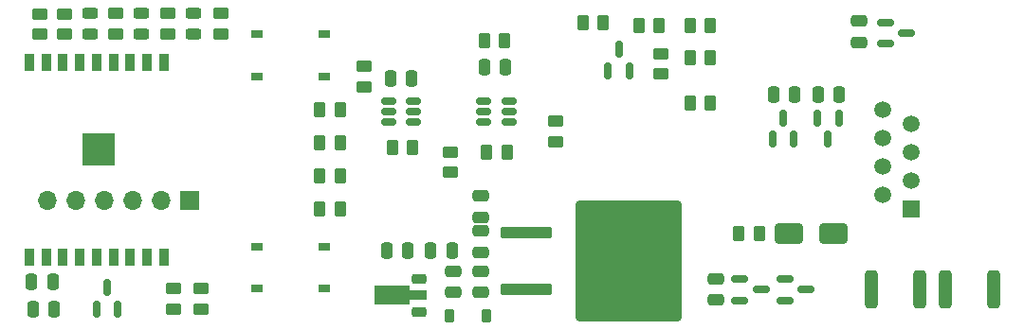
<source format=gbr>
%TF.GenerationSoftware,KiCad,Pcbnew,9.0.6*%
%TF.CreationDate,2026-02-07T10:01:58-05:00*%
%TF.ProjectId,OnionStraws,4f6e696f-6e53-4747-9261-77732e6b6963,rev?*%
%TF.SameCoordinates,Original*%
%TF.FileFunction,Soldermask,Top*%
%TF.FilePolarity,Negative*%
%FSLAX46Y46*%
G04 Gerber Fmt 4.6, Leading zero omitted, Abs format (unit mm)*
G04 Created by KiCad (PCBNEW 9.0.6) date 2026-02-07 10:01:58*
%MOMM*%
%LPD*%
G01*
G04 APERTURE LIST*
G04 Aperture macros list*
%AMRoundRect*
0 Rectangle with rounded corners*
0 $1 Rounding radius*
0 $2 $3 $4 $5 $6 $7 $8 $9 X,Y pos of 4 corners*
0 Add a 4 corners polygon primitive as box body*
4,1,4,$2,$3,$4,$5,$6,$7,$8,$9,$2,$3,0*
0 Add four circle primitives for the rounded corners*
1,1,$1+$1,$2,$3*
1,1,$1+$1,$4,$5*
1,1,$1+$1,$6,$7*
1,1,$1+$1,$8,$9*
0 Add four rect primitives between the rounded corners*
20,1,$1+$1,$2,$3,$4,$5,0*
20,1,$1+$1,$4,$5,$6,$7,0*
20,1,$1+$1,$6,$7,$8,$9,0*
20,1,$1+$1,$8,$9,$2,$3,0*%
%AMFreePoly0*
4,1,9,3.862500,-0.866500,0.737500,-0.866500,0.737500,-0.450000,-0.737500,-0.450000,-0.737500,0.450000,0.737500,0.450000,0.737500,0.866500,3.862500,0.866500,3.862500,-0.866500,3.862500,-0.866500,$1*%
G04 Aperture macros list end*
%ADD10RoundRect,0.250000X-0.250000X-0.475000X0.250000X-0.475000X0.250000X0.475000X-0.250000X0.475000X0*%
%ADD11RoundRect,0.250000X-0.262500X-0.450000X0.262500X-0.450000X0.262500X0.450000X-0.262500X0.450000X0*%
%ADD12RoundRect,0.250000X0.262500X0.450000X-0.262500X0.450000X-0.262500X-0.450000X0.262500X-0.450000X0*%
%ADD13RoundRect,0.150000X0.150000X-0.587500X0.150000X0.587500X-0.150000X0.587500X-0.150000X-0.587500X0*%
%ADD14RoundRect,0.250000X0.312500X1.450000X-0.312500X1.450000X-0.312500X-1.450000X0.312500X-1.450000X0*%
%ADD15R,1.000000X0.750000*%
%ADD16RoundRect,0.243750X0.456250X-0.243750X0.456250X0.243750X-0.456250X0.243750X-0.456250X-0.243750X0*%
%ADD17RoundRect,0.150000X-0.587500X-0.150000X0.587500X-0.150000X0.587500X0.150000X-0.587500X0.150000X0*%
%ADD18RoundRect,0.250000X0.450000X-0.262500X0.450000X0.262500X-0.450000X0.262500X-0.450000X-0.262500X0*%
%ADD19RoundRect,0.250000X-0.450000X0.262500X-0.450000X-0.262500X0.450000X-0.262500X0.450000X0.262500X0*%
%ADD20RoundRect,0.150000X-0.512500X-0.150000X0.512500X-0.150000X0.512500X0.150000X-0.512500X0.150000X0*%
%ADD21RoundRect,0.250000X0.475000X-0.250000X0.475000X0.250000X-0.475000X0.250000X-0.475000X-0.250000X0*%
%ADD22RoundRect,0.250000X0.250000X0.475000X-0.250000X0.475000X-0.250000X-0.475000X0.250000X-0.475000X0*%
%ADD23R,0.900000X1.500000*%
%ADD24C,0.600000*%
%ADD25R,2.900000X2.900000*%
%ADD26RoundRect,0.250000X-0.475000X0.250000X-0.475000X-0.250000X0.475000X-0.250000X0.475000X0.250000X0*%
%ADD27RoundRect,0.250000X-2.050000X-0.300000X2.050000X-0.300000X2.050000X0.300000X-2.050000X0.300000X0*%
%ADD28RoundRect,0.250002X-4.449998X-5.149998X4.449998X-5.149998X4.449998X5.149998X-4.449998X5.149998X0*%
%ADD29RoundRect,0.225000X0.225000X0.375000X-0.225000X0.375000X-0.225000X-0.375000X0.225000X-0.375000X0*%
%ADD30RoundRect,0.250000X-0.312500X-1.450000X0.312500X-1.450000X0.312500X1.450000X-0.312500X1.450000X0*%
%ADD31R,1.500000X1.500000*%
%ADD32C,1.500000*%
%ADD33RoundRect,0.225000X0.425000X0.225000X-0.425000X0.225000X-0.425000X-0.225000X0.425000X-0.225000X0*%
%ADD34FreePoly0,180.000000*%
%ADD35RoundRect,0.250000X-1.000000X-0.650000X1.000000X-0.650000X1.000000X0.650000X-1.000000X0.650000X0*%
%ADD36RoundRect,0.150000X-0.150000X0.587500X-0.150000X-0.587500X0.150000X-0.587500X0.150000X0.587500X0*%
%ADD37R,1.700000X1.700000*%
%ADD38O,1.700000X1.700000*%
G04 APERTURE END LIST*
D10*
%TO.C,C14*%
X75575000Y-103000000D03*
X77475000Y-103000000D03*
%TD*%
D11*
%TO.C,R25*%
X102700000Y-89800000D03*
X104525000Y-89800000D03*
%TD*%
D12*
%TO.C,R17*%
X86350000Y-94200000D03*
X84525000Y-94200000D03*
%TD*%
D13*
%TO.C,D9*%
X95375000Y-86875000D03*
X97275000Y-86875000D03*
X96325000Y-85000000D03*
%TD*%
D14*
%TO.C,F2*%
X123162500Y-106500000D03*
X118887500Y-106500000D03*
%TD*%
D15*
%TO.C,SW2*%
X64000000Y-102625000D03*
X70000000Y-102625000D03*
X64000000Y-106375000D03*
X70000000Y-106375000D03*
%TD*%
D16*
%TO.C,D6*%
X58337500Y-83625000D03*
X58337500Y-81750000D03*
%TD*%
D17*
%TO.C,Q2*%
X107150000Y-105550000D03*
X107150000Y-107450000D03*
X109025000Y-106500000D03*
%TD*%
D18*
%TO.C,R2*%
X56600000Y-108225000D03*
X56600000Y-106400000D03*
%TD*%
D19*
%TO.C,R7*%
X56030000Y-81775000D03*
X56030000Y-83600000D03*
%TD*%
D11*
%TO.C,R10*%
X69600000Y-90400000D03*
X71425000Y-90400000D03*
%TD*%
D10*
%TO.C,C6*%
X75925000Y-87600000D03*
X77825000Y-87600000D03*
%TD*%
D17*
%TO.C,D1*%
X120150000Y-82550000D03*
X120150000Y-84450000D03*
X122025000Y-83500000D03*
%TD*%
D20*
%TO.C,U5*%
X75750000Y-89600000D03*
X75750000Y-90550000D03*
X75750000Y-91500000D03*
X78025000Y-91500000D03*
X78025000Y-90550000D03*
X78025000Y-89600000D03*
%TD*%
D21*
%TO.C,C3*%
X117800000Y-84350000D03*
X117800000Y-82450000D03*
%TD*%
D11*
%TO.C,R11*%
X69600000Y-93350000D03*
X71425000Y-93350000D03*
%TD*%
D22*
%TO.C,C4*%
X45900000Y-108200000D03*
X44000000Y-108200000D03*
%TD*%
D23*
%TO.C,U2*%
X43700000Y-103610000D03*
X45200000Y-103610000D03*
X46700000Y-103610000D03*
X48200000Y-103610000D03*
X49700000Y-103610000D03*
X51200000Y-103610000D03*
X52700000Y-103610000D03*
X54200000Y-103610000D03*
X55700000Y-103610000D03*
X55700000Y-86110000D03*
X54200000Y-86110000D03*
X52700000Y-86110000D03*
X51200000Y-86110000D03*
X49700000Y-86110000D03*
X48200000Y-86110000D03*
X46700000Y-86110000D03*
X45200000Y-86110000D03*
X43700000Y-86110000D03*
D24*
X49350000Y-95000000D03*
X50450000Y-95000000D03*
X48800000Y-94450000D03*
X49900000Y-94450000D03*
X51000000Y-94450000D03*
X49350000Y-93900000D03*
D25*
X49900000Y-93900000D03*
D24*
X50450000Y-93900000D03*
X48800000Y-93350000D03*
X49900000Y-93350000D03*
X51000000Y-93350000D03*
X49350000Y-92800000D03*
X50450000Y-92800000D03*
%TD*%
D11*
%TO.C,R16*%
X76100000Y-93800000D03*
X77925000Y-93800000D03*
%TD*%
%TO.C,R13*%
X69600000Y-99250000D03*
X71425000Y-99250000D03*
%TD*%
D10*
%TO.C,C2*%
X43900000Y-105780000D03*
X45800000Y-105780000D03*
%TD*%
D26*
%TO.C,C12*%
X81525000Y-104850000D03*
X81525000Y-106750000D03*
%TD*%
D17*
%TO.C,Q1*%
X111150000Y-105550000D03*
X111150000Y-107450000D03*
X113025000Y-106500000D03*
%TD*%
D27*
%TO.C,U3*%
X88025000Y-101420000D03*
D28*
X97175000Y-103960000D03*
D27*
X88025000Y-106500000D03*
%TD*%
D22*
%TO.C,C1*%
X86225000Y-86600000D03*
X84325000Y-86600000D03*
%TD*%
D26*
%TO.C,C9*%
X84025000Y-101250000D03*
X84025000Y-103150000D03*
%TD*%
D13*
%TO.C,U1*%
X49700000Y-108200000D03*
X51600000Y-108200000D03*
X50650000Y-106325000D03*
%TD*%
D18*
%TO.C,R21*%
X90725000Y-93225000D03*
X90725000Y-91400000D03*
%TD*%
D12*
%TO.C,R19*%
X94950000Y-82600000D03*
X93125000Y-82600000D03*
%TD*%
D18*
%TO.C,R6*%
X51415000Y-83600000D03*
X51415000Y-81775000D03*
%TD*%
D19*
%TO.C,R20*%
X81325000Y-94175000D03*
X81325000Y-96000000D03*
%TD*%
%TO.C,R1*%
X60800000Y-81775000D03*
X60800000Y-83600000D03*
%TD*%
D21*
%TO.C,C11*%
X84025000Y-106750000D03*
X84025000Y-104850000D03*
%TD*%
D29*
%TO.C,D8*%
X84475000Y-108800000D03*
X81175000Y-108800000D03*
%TD*%
D21*
%TO.C,C8*%
X105025000Y-107400000D03*
X105025000Y-105500000D03*
%TD*%
D26*
%TO.C,C10*%
X84025000Y-98100000D03*
X84025000Y-100000000D03*
%TD*%
D30*
%TO.C,F1*%
X125525000Y-106500000D03*
X129800000Y-106500000D03*
%TD*%
D15*
%TO.C,SW1*%
X64000000Y-83625000D03*
X70000000Y-83625000D03*
X64000000Y-87375000D03*
X70000000Y-87375000D03*
%TD*%
D19*
%TO.C,R15*%
X73600000Y-86487500D03*
X73600000Y-88312500D03*
%TD*%
D18*
%TO.C,R4*%
X44600000Y-83625000D03*
X44600000Y-81800000D03*
%TD*%
D11*
%TO.C,R24*%
X102700000Y-85750000D03*
X104525000Y-85750000D03*
%TD*%
D31*
%TO.C,J1*%
X122425000Y-99282500D03*
D32*
X119885000Y-98012500D03*
X122425000Y-96742500D03*
X119885000Y-95472500D03*
X122425000Y-94202500D03*
X119885000Y-92932500D03*
X122425000Y-91662500D03*
X119885000Y-90392500D03*
%TD*%
D13*
%TO.C,D3*%
X110075000Y-93000000D03*
X111975000Y-93000000D03*
X111025000Y-91125000D03*
%TD*%
D10*
%TO.C,C5*%
X114125000Y-89000000D03*
X116025000Y-89000000D03*
%TD*%
%TO.C,C13*%
X79525000Y-103000000D03*
X81425000Y-103000000D03*
%TD*%
D11*
%TO.C,R12*%
X69600000Y-96300000D03*
X71425000Y-96300000D03*
%TD*%
D12*
%TO.C,R9*%
X108850000Y-101500000D03*
X107025000Y-101500000D03*
%TD*%
D20*
%TO.C,U4*%
X84250000Y-89600000D03*
X84250000Y-90550000D03*
X84250000Y-91500000D03*
X86525000Y-91500000D03*
X86525000Y-90550000D03*
X86525000Y-89600000D03*
%TD*%
D12*
%TO.C,R14*%
X86150000Y-84200000D03*
X84325000Y-84200000D03*
%TD*%
D11*
%TO.C,R23*%
X102700000Y-82800000D03*
X104525000Y-82800000D03*
%TD*%
D33*
%TO.C,U6*%
X78475000Y-108500000D03*
D34*
X78387500Y-107000000D03*
D33*
X78475000Y-105500000D03*
%TD*%
D19*
%TO.C,R18*%
X100125000Y-85375000D03*
X100125000Y-87200000D03*
%TD*%
%TO.C,R3*%
X59000000Y-106375000D03*
X59000000Y-108200000D03*
%TD*%
D11*
%TO.C,R22*%
X98100000Y-82800000D03*
X99925000Y-82800000D03*
%TD*%
D18*
%TO.C,R5*%
X46800000Y-83625000D03*
X46800000Y-81800000D03*
%TD*%
D10*
%TO.C,C7*%
X110125000Y-89000000D03*
X112025000Y-89000000D03*
%TD*%
D16*
%TO.C,D5*%
X49107500Y-83625000D03*
X49107500Y-81750000D03*
%TD*%
D35*
%TO.C,D7*%
X111525000Y-101500000D03*
X115525000Y-101500000D03*
%TD*%
D16*
%TO.C,D4*%
X53722500Y-83625000D03*
X53722500Y-81750000D03*
%TD*%
D36*
%TO.C,D2*%
X115975000Y-91125000D03*
X114075000Y-91125000D03*
X115025000Y-93000000D03*
%TD*%
D37*
%TO.C,J2*%
X58000000Y-98500000D03*
D38*
X55460000Y-98500000D03*
X52920000Y-98500000D03*
X50380000Y-98500000D03*
X47840000Y-98500000D03*
X45300000Y-98500000D03*
%TD*%
M02*

</source>
